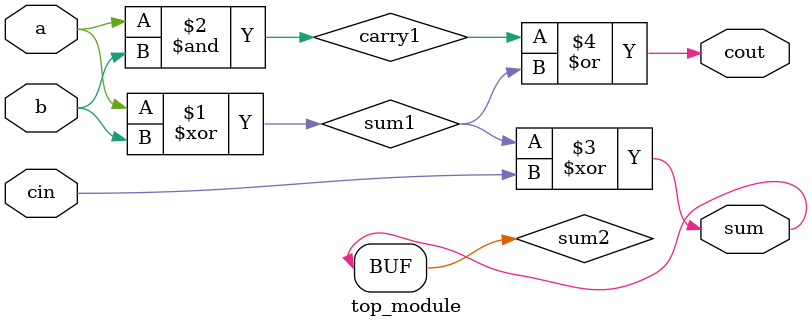
<source format=sv>
module top_module (
	input a,
	input b,
	input cin,
	output cout,
	output sum
);

	// Declare internal wire for carry generation
	wire carry1;

	// Declare internal wires for sum generation
	wire sum1;
	wire sum2;
	
	// Generate sum of a and b
	xor(sum1, a, b);
	
	// Generate carry
	and(carry1, a, b);

	// Generate sum of cin and sum1
	xor(sum2, sum1, cin);

	// Generate carry-out
	or(cout, carry1, sum1);

	// Assign outputs
	assign sum = sum2;

endmodule

</source>
